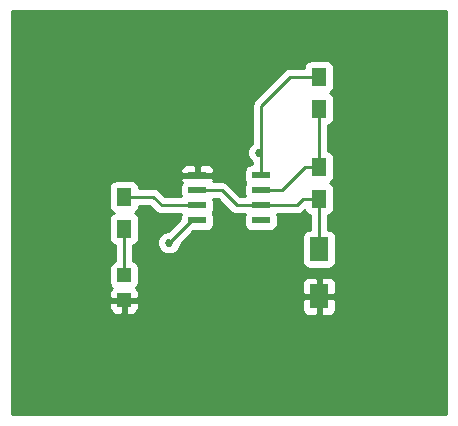
<source format=gtl>
G04 #@! TF.FileFunction,Copper,L1,Top,Signal*
%FSLAX46Y46*%
G04 Gerber Fmt 4.6, Leading zero omitted, Abs format (unit mm)*
G04 Created by KiCad (PCBNEW 4.0.3-stable) date Wednesday, October 19, 2016 'PMt' 12:35:23 PM*
%MOMM*%
%LPD*%
G01*
G04 APERTURE LIST*
%ADD10C,0.100000*%
%ADD11R,1.600000X2.000000*%
%ADD12R,1.198880X1.198880*%
%ADD13R,1.300000X1.500000*%
%ADD14R,1.550000X0.600000*%
%ADD15C,0.685800*%
%ADD16C,0.254000*%
G04 APERTURE END LIST*
D10*
D11*
X166370000Y-109760000D03*
X166370000Y-113760000D03*
D12*
X149860000Y-111980980D03*
X149860000Y-114079020D03*
D13*
X166370000Y-95170000D03*
X166370000Y-97870000D03*
X166370000Y-102790000D03*
X166370000Y-105490000D03*
X149860000Y-105330000D03*
X149860000Y-108030000D03*
D14*
X156050000Y-103505000D03*
X156050000Y-104775000D03*
X156050000Y-106045000D03*
X156050000Y-107315000D03*
X161450000Y-107315000D03*
X161450000Y-106045000D03*
X161450000Y-104775000D03*
X161450000Y-103505000D03*
D15*
X158750000Y-110490000D03*
X153670000Y-109220000D03*
X161290000Y-101600000D03*
D16*
X159385000Y-106045000D02*
X161450000Y-106045000D01*
X158115000Y-104775000D02*
X159385000Y-106045000D01*
X156050000Y-104775000D02*
X158115000Y-104775000D01*
X161450000Y-106045000D02*
X164465000Y-106045000D01*
X165020000Y-105490000D02*
X166370000Y-105490000D01*
X164465000Y-106045000D02*
X165020000Y-105490000D01*
X166370000Y-105490000D02*
X166370000Y-109760000D01*
X149860000Y-108030000D02*
X149860000Y-111980980D01*
X156050000Y-107315000D02*
X155575000Y-107315000D01*
X155575000Y-107315000D02*
X153670000Y-109220000D01*
X161450000Y-103505000D02*
X161450000Y-101760000D01*
X161450000Y-101760000D02*
X161290000Y-101600000D01*
X161450000Y-103505000D02*
X161450000Y-97630000D01*
X163910000Y-95170000D02*
X166370000Y-95170000D01*
X161450000Y-97630000D02*
X163910000Y-95170000D01*
X161450000Y-104775000D02*
X163195000Y-104775000D01*
X165180000Y-102790000D02*
X166370000Y-102790000D01*
X163195000Y-104775000D02*
X165180000Y-102790000D01*
X166370000Y-97870000D02*
X166370000Y-102790000D01*
X156050000Y-106045000D02*
X153035000Y-106045000D01*
X152320000Y-105330000D02*
X149860000Y-105330000D01*
X153035000Y-106045000D02*
X152320000Y-105330000D01*
G36*
X177090000Y-123750000D02*
X140410000Y-123750000D01*
X140410000Y-114364770D01*
X148625560Y-114364770D01*
X148625560Y-114804769D01*
X148722233Y-115038158D01*
X148900861Y-115216787D01*
X149134250Y-115313460D01*
X149574250Y-115313460D01*
X149733000Y-115154710D01*
X149733000Y-114206020D01*
X149987000Y-114206020D01*
X149987000Y-115154710D01*
X150145750Y-115313460D01*
X150585750Y-115313460D01*
X150819139Y-115216787D01*
X150997767Y-115038158D01*
X151094440Y-114804769D01*
X151094440Y-114364770D01*
X150935690Y-114206020D01*
X149987000Y-114206020D01*
X149733000Y-114206020D01*
X148784310Y-114206020D01*
X148625560Y-114364770D01*
X140410000Y-114364770D01*
X140410000Y-114045750D01*
X164935000Y-114045750D01*
X164935000Y-114886309D01*
X165031673Y-115119698D01*
X165210301Y-115298327D01*
X165443690Y-115395000D01*
X166084250Y-115395000D01*
X166243000Y-115236250D01*
X166243000Y-113887000D01*
X166497000Y-113887000D01*
X166497000Y-115236250D01*
X166655750Y-115395000D01*
X167296310Y-115395000D01*
X167529699Y-115298327D01*
X167708327Y-115119698D01*
X167805000Y-114886309D01*
X167805000Y-114045750D01*
X167646250Y-113887000D01*
X166497000Y-113887000D01*
X166243000Y-113887000D01*
X165093750Y-113887000D01*
X164935000Y-114045750D01*
X140410000Y-114045750D01*
X140410000Y-104580000D01*
X148562560Y-104580000D01*
X148562560Y-106080000D01*
X148606838Y-106315317D01*
X148745910Y-106531441D01*
X148958110Y-106676431D01*
X148971197Y-106679081D01*
X148758559Y-106815910D01*
X148613569Y-107028110D01*
X148562560Y-107280000D01*
X148562560Y-108780000D01*
X148606838Y-109015317D01*
X148745910Y-109231441D01*
X148958110Y-109376431D01*
X149098000Y-109404759D01*
X149098000Y-110764688D01*
X149025243Y-110778378D01*
X148809119Y-110917450D01*
X148664129Y-111129650D01*
X148613120Y-111381540D01*
X148613120Y-112580420D01*
X148657398Y-112815737D01*
X148796470Y-113031861D01*
X148804659Y-113037456D01*
X148722233Y-113119882D01*
X148625560Y-113353271D01*
X148625560Y-113793270D01*
X148784310Y-113952020D01*
X149733000Y-113952020D01*
X149733000Y-113932020D01*
X149987000Y-113932020D01*
X149987000Y-113952020D01*
X150935690Y-113952020D01*
X151094440Y-113793270D01*
X151094440Y-113353271D01*
X150997767Y-113119882D01*
X150915555Y-113037669D01*
X151055871Y-112832310D01*
X151096092Y-112633691D01*
X164935000Y-112633691D01*
X164935000Y-113474250D01*
X165093750Y-113633000D01*
X166243000Y-113633000D01*
X166243000Y-112283750D01*
X166497000Y-112283750D01*
X166497000Y-113633000D01*
X167646250Y-113633000D01*
X167805000Y-113474250D01*
X167805000Y-112633691D01*
X167708327Y-112400302D01*
X167529699Y-112221673D01*
X167296310Y-112125000D01*
X166655750Y-112125000D01*
X166497000Y-112283750D01*
X166243000Y-112283750D01*
X166084250Y-112125000D01*
X165443690Y-112125000D01*
X165210301Y-112221673D01*
X165031673Y-112400302D01*
X164935000Y-112633691D01*
X151096092Y-112633691D01*
X151106880Y-112580420D01*
X151106880Y-111381540D01*
X151062602Y-111146223D01*
X150923530Y-110930099D01*
X150711330Y-110785109D01*
X150622000Y-110767019D01*
X150622000Y-109406366D01*
X150745317Y-109383162D01*
X150961441Y-109244090D01*
X151106431Y-109031890D01*
X151157440Y-108780000D01*
X151157440Y-107280000D01*
X151113162Y-107044683D01*
X150974090Y-106828559D01*
X150761890Y-106683569D01*
X150748803Y-106680919D01*
X150961441Y-106544090D01*
X151106431Y-106331890D01*
X151155010Y-106092000D01*
X152004370Y-106092000D01*
X152496185Y-106583816D01*
X152634794Y-106676431D01*
X152743395Y-106748996D01*
X153035000Y-106807000D01*
X154669681Y-106807000D01*
X154627560Y-107015000D01*
X154627560Y-107184810D01*
X153570357Y-108242013D01*
X153476337Y-108241931D01*
X153116788Y-108390493D01*
X152841460Y-108665341D01*
X152692270Y-109024630D01*
X152691931Y-109413663D01*
X152840493Y-109773212D01*
X153115341Y-110048540D01*
X153474630Y-110197730D01*
X153863663Y-110198069D01*
X154223212Y-110049507D01*
X154498540Y-109774659D01*
X154647730Y-109415370D01*
X154647813Y-109319817D01*
X155705190Y-108262440D01*
X156825000Y-108262440D01*
X157060317Y-108218162D01*
X157276441Y-108079090D01*
X157421431Y-107866890D01*
X157472440Y-107615000D01*
X157472440Y-107015000D01*
X157428162Y-106779683D01*
X157364322Y-106680472D01*
X157421431Y-106596890D01*
X157472440Y-106345000D01*
X157472440Y-105745000D01*
X157433302Y-105537000D01*
X157799370Y-105537000D01*
X158846184Y-106583815D01*
X159061134Y-106727440D01*
X159093395Y-106748996D01*
X159385000Y-106807000D01*
X160069681Y-106807000D01*
X160027560Y-107015000D01*
X160027560Y-107615000D01*
X160071838Y-107850317D01*
X160210910Y-108066441D01*
X160423110Y-108211431D01*
X160675000Y-108262440D01*
X162225000Y-108262440D01*
X162460317Y-108218162D01*
X162676441Y-108079090D01*
X162821431Y-107866890D01*
X162872440Y-107615000D01*
X162872440Y-107015000D01*
X162833302Y-106807000D01*
X164465000Y-106807000D01*
X164756605Y-106748996D01*
X165003815Y-106583815D01*
X165116121Y-106471509D01*
X165116838Y-106475317D01*
X165255910Y-106691441D01*
X165468110Y-106836431D01*
X165608000Y-106864759D01*
X165608000Y-108112560D01*
X165570000Y-108112560D01*
X165334683Y-108156838D01*
X165118559Y-108295910D01*
X164973569Y-108508110D01*
X164922560Y-108760000D01*
X164922560Y-110760000D01*
X164966838Y-110995317D01*
X165105910Y-111211441D01*
X165318110Y-111356431D01*
X165570000Y-111407440D01*
X167170000Y-111407440D01*
X167405317Y-111363162D01*
X167621441Y-111224090D01*
X167766431Y-111011890D01*
X167817440Y-110760000D01*
X167817440Y-108760000D01*
X167773162Y-108524683D01*
X167634090Y-108308559D01*
X167421890Y-108163569D01*
X167170000Y-108112560D01*
X167132000Y-108112560D01*
X167132000Y-106866366D01*
X167255317Y-106843162D01*
X167471441Y-106704090D01*
X167616431Y-106491890D01*
X167667440Y-106240000D01*
X167667440Y-104740000D01*
X167623162Y-104504683D01*
X167484090Y-104288559D01*
X167271890Y-104143569D01*
X167258803Y-104140919D01*
X167471441Y-104004090D01*
X167616431Y-103791890D01*
X167667440Y-103540000D01*
X167667440Y-102040000D01*
X167623162Y-101804683D01*
X167484090Y-101588559D01*
X167271890Y-101443569D01*
X167132000Y-101415241D01*
X167132000Y-99246366D01*
X167255317Y-99223162D01*
X167471441Y-99084090D01*
X167616431Y-98871890D01*
X167667440Y-98620000D01*
X167667440Y-97120000D01*
X167623162Y-96884683D01*
X167484090Y-96668559D01*
X167271890Y-96523569D01*
X167258803Y-96520919D01*
X167471441Y-96384090D01*
X167616431Y-96171890D01*
X167667440Y-95920000D01*
X167667440Y-94420000D01*
X167623162Y-94184683D01*
X167484090Y-93968559D01*
X167271890Y-93823569D01*
X167020000Y-93772560D01*
X165720000Y-93772560D01*
X165484683Y-93816838D01*
X165268559Y-93955910D01*
X165123569Y-94168110D01*
X165074990Y-94408000D01*
X163910000Y-94408000D01*
X163618395Y-94466004D01*
X163371184Y-94631185D01*
X160911185Y-97091185D01*
X160746004Y-97338395D01*
X160688000Y-97630000D01*
X160688000Y-100819196D01*
X160461460Y-101045341D01*
X160312270Y-101404630D01*
X160311931Y-101793663D01*
X160460493Y-102153212D01*
X160688000Y-102381116D01*
X160688000Y-102557560D01*
X160675000Y-102557560D01*
X160439683Y-102601838D01*
X160223559Y-102740910D01*
X160078569Y-102953110D01*
X160027560Y-103205000D01*
X160027560Y-103805000D01*
X160071838Y-104040317D01*
X160135678Y-104139528D01*
X160078569Y-104223110D01*
X160027560Y-104475000D01*
X160027560Y-105075000D01*
X160066698Y-105283000D01*
X159700631Y-105283000D01*
X158653815Y-104236185D01*
X158546829Y-104164699D01*
X158406605Y-104071004D01*
X158115000Y-104013000D01*
X157426163Y-104013000D01*
X157460000Y-103931310D01*
X157460000Y-103790750D01*
X157301250Y-103632000D01*
X156177000Y-103632000D01*
X156177000Y-103652000D01*
X155923000Y-103652000D01*
X155923000Y-103632000D01*
X154798750Y-103632000D01*
X154640000Y-103790750D01*
X154640000Y-103931310D01*
X154729806Y-104148122D01*
X154678569Y-104223110D01*
X154627560Y-104475000D01*
X154627560Y-105075000D01*
X154666698Y-105283000D01*
X153350631Y-105283000D01*
X152858815Y-104791185D01*
X152851060Y-104786003D01*
X152611605Y-104626004D01*
X152320000Y-104568000D01*
X151155182Y-104568000D01*
X151113162Y-104344683D01*
X150974090Y-104128559D01*
X150761890Y-103983569D01*
X150510000Y-103932560D01*
X149210000Y-103932560D01*
X148974683Y-103976838D01*
X148758559Y-104115910D01*
X148613569Y-104328110D01*
X148562560Y-104580000D01*
X140410000Y-104580000D01*
X140410000Y-103078690D01*
X154640000Y-103078690D01*
X154640000Y-103219250D01*
X154798750Y-103378000D01*
X155923000Y-103378000D01*
X155923000Y-102728750D01*
X156177000Y-102728750D01*
X156177000Y-103378000D01*
X157301250Y-103378000D01*
X157460000Y-103219250D01*
X157460000Y-103078690D01*
X157363327Y-102845301D01*
X157184698Y-102666673D01*
X156951309Y-102570000D01*
X156335750Y-102570000D01*
X156177000Y-102728750D01*
X155923000Y-102728750D01*
X155764250Y-102570000D01*
X155148691Y-102570000D01*
X154915302Y-102666673D01*
X154736673Y-102845301D01*
X154640000Y-103078690D01*
X140410000Y-103078690D01*
X140410000Y-89610000D01*
X177090000Y-89610000D01*
X177090000Y-123750000D01*
X177090000Y-123750000D01*
G37*
X177090000Y-123750000D02*
X140410000Y-123750000D01*
X140410000Y-114364770D01*
X148625560Y-114364770D01*
X148625560Y-114804769D01*
X148722233Y-115038158D01*
X148900861Y-115216787D01*
X149134250Y-115313460D01*
X149574250Y-115313460D01*
X149733000Y-115154710D01*
X149733000Y-114206020D01*
X149987000Y-114206020D01*
X149987000Y-115154710D01*
X150145750Y-115313460D01*
X150585750Y-115313460D01*
X150819139Y-115216787D01*
X150997767Y-115038158D01*
X151094440Y-114804769D01*
X151094440Y-114364770D01*
X150935690Y-114206020D01*
X149987000Y-114206020D01*
X149733000Y-114206020D01*
X148784310Y-114206020D01*
X148625560Y-114364770D01*
X140410000Y-114364770D01*
X140410000Y-114045750D01*
X164935000Y-114045750D01*
X164935000Y-114886309D01*
X165031673Y-115119698D01*
X165210301Y-115298327D01*
X165443690Y-115395000D01*
X166084250Y-115395000D01*
X166243000Y-115236250D01*
X166243000Y-113887000D01*
X166497000Y-113887000D01*
X166497000Y-115236250D01*
X166655750Y-115395000D01*
X167296310Y-115395000D01*
X167529699Y-115298327D01*
X167708327Y-115119698D01*
X167805000Y-114886309D01*
X167805000Y-114045750D01*
X167646250Y-113887000D01*
X166497000Y-113887000D01*
X166243000Y-113887000D01*
X165093750Y-113887000D01*
X164935000Y-114045750D01*
X140410000Y-114045750D01*
X140410000Y-104580000D01*
X148562560Y-104580000D01*
X148562560Y-106080000D01*
X148606838Y-106315317D01*
X148745910Y-106531441D01*
X148958110Y-106676431D01*
X148971197Y-106679081D01*
X148758559Y-106815910D01*
X148613569Y-107028110D01*
X148562560Y-107280000D01*
X148562560Y-108780000D01*
X148606838Y-109015317D01*
X148745910Y-109231441D01*
X148958110Y-109376431D01*
X149098000Y-109404759D01*
X149098000Y-110764688D01*
X149025243Y-110778378D01*
X148809119Y-110917450D01*
X148664129Y-111129650D01*
X148613120Y-111381540D01*
X148613120Y-112580420D01*
X148657398Y-112815737D01*
X148796470Y-113031861D01*
X148804659Y-113037456D01*
X148722233Y-113119882D01*
X148625560Y-113353271D01*
X148625560Y-113793270D01*
X148784310Y-113952020D01*
X149733000Y-113952020D01*
X149733000Y-113932020D01*
X149987000Y-113932020D01*
X149987000Y-113952020D01*
X150935690Y-113952020D01*
X151094440Y-113793270D01*
X151094440Y-113353271D01*
X150997767Y-113119882D01*
X150915555Y-113037669D01*
X151055871Y-112832310D01*
X151096092Y-112633691D01*
X164935000Y-112633691D01*
X164935000Y-113474250D01*
X165093750Y-113633000D01*
X166243000Y-113633000D01*
X166243000Y-112283750D01*
X166497000Y-112283750D01*
X166497000Y-113633000D01*
X167646250Y-113633000D01*
X167805000Y-113474250D01*
X167805000Y-112633691D01*
X167708327Y-112400302D01*
X167529699Y-112221673D01*
X167296310Y-112125000D01*
X166655750Y-112125000D01*
X166497000Y-112283750D01*
X166243000Y-112283750D01*
X166084250Y-112125000D01*
X165443690Y-112125000D01*
X165210301Y-112221673D01*
X165031673Y-112400302D01*
X164935000Y-112633691D01*
X151096092Y-112633691D01*
X151106880Y-112580420D01*
X151106880Y-111381540D01*
X151062602Y-111146223D01*
X150923530Y-110930099D01*
X150711330Y-110785109D01*
X150622000Y-110767019D01*
X150622000Y-109406366D01*
X150745317Y-109383162D01*
X150961441Y-109244090D01*
X151106431Y-109031890D01*
X151157440Y-108780000D01*
X151157440Y-107280000D01*
X151113162Y-107044683D01*
X150974090Y-106828559D01*
X150761890Y-106683569D01*
X150748803Y-106680919D01*
X150961441Y-106544090D01*
X151106431Y-106331890D01*
X151155010Y-106092000D01*
X152004370Y-106092000D01*
X152496185Y-106583816D01*
X152634794Y-106676431D01*
X152743395Y-106748996D01*
X153035000Y-106807000D01*
X154669681Y-106807000D01*
X154627560Y-107015000D01*
X154627560Y-107184810D01*
X153570357Y-108242013D01*
X153476337Y-108241931D01*
X153116788Y-108390493D01*
X152841460Y-108665341D01*
X152692270Y-109024630D01*
X152691931Y-109413663D01*
X152840493Y-109773212D01*
X153115341Y-110048540D01*
X153474630Y-110197730D01*
X153863663Y-110198069D01*
X154223212Y-110049507D01*
X154498540Y-109774659D01*
X154647730Y-109415370D01*
X154647813Y-109319817D01*
X155705190Y-108262440D01*
X156825000Y-108262440D01*
X157060317Y-108218162D01*
X157276441Y-108079090D01*
X157421431Y-107866890D01*
X157472440Y-107615000D01*
X157472440Y-107015000D01*
X157428162Y-106779683D01*
X157364322Y-106680472D01*
X157421431Y-106596890D01*
X157472440Y-106345000D01*
X157472440Y-105745000D01*
X157433302Y-105537000D01*
X157799370Y-105537000D01*
X158846184Y-106583815D01*
X159061134Y-106727440D01*
X159093395Y-106748996D01*
X159385000Y-106807000D01*
X160069681Y-106807000D01*
X160027560Y-107015000D01*
X160027560Y-107615000D01*
X160071838Y-107850317D01*
X160210910Y-108066441D01*
X160423110Y-108211431D01*
X160675000Y-108262440D01*
X162225000Y-108262440D01*
X162460317Y-108218162D01*
X162676441Y-108079090D01*
X162821431Y-107866890D01*
X162872440Y-107615000D01*
X162872440Y-107015000D01*
X162833302Y-106807000D01*
X164465000Y-106807000D01*
X164756605Y-106748996D01*
X165003815Y-106583815D01*
X165116121Y-106471509D01*
X165116838Y-106475317D01*
X165255910Y-106691441D01*
X165468110Y-106836431D01*
X165608000Y-106864759D01*
X165608000Y-108112560D01*
X165570000Y-108112560D01*
X165334683Y-108156838D01*
X165118559Y-108295910D01*
X164973569Y-108508110D01*
X164922560Y-108760000D01*
X164922560Y-110760000D01*
X164966838Y-110995317D01*
X165105910Y-111211441D01*
X165318110Y-111356431D01*
X165570000Y-111407440D01*
X167170000Y-111407440D01*
X167405317Y-111363162D01*
X167621441Y-111224090D01*
X167766431Y-111011890D01*
X167817440Y-110760000D01*
X167817440Y-108760000D01*
X167773162Y-108524683D01*
X167634090Y-108308559D01*
X167421890Y-108163569D01*
X167170000Y-108112560D01*
X167132000Y-108112560D01*
X167132000Y-106866366D01*
X167255317Y-106843162D01*
X167471441Y-106704090D01*
X167616431Y-106491890D01*
X167667440Y-106240000D01*
X167667440Y-104740000D01*
X167623162Y-104504683D01*
X167484090Y-104288559D01*
X167271890Y-104143569D01*
X167258803Y-104140919D01*
X167471441Y-104004090D01*
X167616431Y-103791890D01*
X167667440Y-103540000D01*
X167667440Y-102040000D01*
X167623162Y-101804683D01*
X167484090Y-101588559D01*
X167271890Y-101443569D01*
X167132000Y-101415241D01*
X167132000Y-99246366D01*
X167255317Y-99223162D01*
X167471441Y-99084090D01*
X167616431Y-98871890D01*
X167667440Y-98620000D01*
X167667440Y-97120000D01*
X167623162Y-96884683D01*
X167484090Y-96668559D01*
X167271890Y-96523569D01*
X167258803Y-96520919D01*
X167471441Y-96384090D01*
X167616431Y-96171890D01*
X167667440Y-95920000D01*
X167667440Y-94420000D01*
X167623162Y-94184683D01*
X167484090Y-93968559D01*
X167271890Y-93823569D01*
X167020000Y-93772560D01*
X165720000Y-93772560D01*
X165484683Y-93816838D01*
X165268559Y-93955910D01*
X165123569Y-94168110D01*
X165074990Y-94408000D01*
X163910000Y-94408000D01*
X163618395Y-94466004D01*
X163371184Y-94631185D01*
X160911185Y-97091185D01*
X160746004Y-97338395D01*
X160688000Y-97630000D01*
X160688000Y-100819196D01*
X160461460Y-101045341D01*
X160312270Y-101404630D01*
X160311931Y-101793663D01*
X160460493Y-102153212D01*
X160688000Y-102381116D01*
X160688000Y-102557560D01*
X160675000Y-102557560D01*
X160439683Y-102601838D01*
X160223559Y-102740910D01*
X160078569Y-102953110D01*
X160027560Y-103205000D01*
X160027560Y-103805000D01*
X160071838Y-104040317D01*
X160135678Y-104139528D01*
X160078569Y-104223110D01*
X160027560Y-104475000D01*
X160027560Y-105075000D01*
X160066698Y-105283000D01*
X159700631Y-105283000D01*
X158653815Y-104236185D01*
X158546829Y-104164699D01*
X158406605Y-104071004D01*
X158115000Y-104013000D01*
X157426163Y-104013000D01*
X157460000Y-103931310D01*
X157460000Y-103790750D01*
X157301250Y-103632000D01*
X156177000Y-103632000D01*
X156177000Y-103652000D01*
X155923000Y-103652000D01*
X155923000Y-103632000D01*
X154798750Y-103632000D01*
X154640000Y-103790750D01*
X154640000Y-103931310D01*
X154729806Y-104148122D01*
X154678569Y-104223110D01*
X154627560Y-104475000D01*
X154627560Y-105075000D01*
X154666698Y-105283000D01*
X153350631Y-105283000D01*
X152858815Y-104791185D01*
X152851060Y-104786003D01*
X152611605Y-104626004D01*
X152320000Y-104568000D01*
X151155182Y-104568000D01*
X151113162Y-104344683D01*
X150974090Y-104128559D01*
X150761890Y-103983569D01*
X150510000Y-103932560D01*
X149210000Y-103932560D01*
X148974683Y-103976838D01*
X148758559Y-104115910D01*
X148613569Y-104328110D01*
X148562560Y-104580000D01*
X140410000Y-104580000D01*
X140410000Y-103078690D01*
X154640000Y-103078690D01*
X154640000Y-103219250D01*
X154798750Y-103378000D01*
X155923000Y-103378000D01*
X155923000Y-102728750D01*
X156177000Y-102728750D01*
X156177000Y-103378000D01*
X157301250Y-103378000D01*
X157460000Y-103219250D01*
X157460000Y-103078690D01*
X157363327Y-102845301D01*
X157184698Y-102666673D01*
X156951309Y-102570000D01*
X156335750Y-102570000D01*
X156177000Y-102728750D01*
X155923000Y-102728750D01*
X155764250Y-102570000D01*
X155148691Y-102570000D01*
X154915302Y-102666673D01*
X154736673Y-102845301D01*
X154640000Y-103078690D01*
X140410000Y-103078690D01*
X140410000Y-89610000D01*
X177090000Y-89610000D01*
X177090000Y-123750000D01*
M02*

</source>
